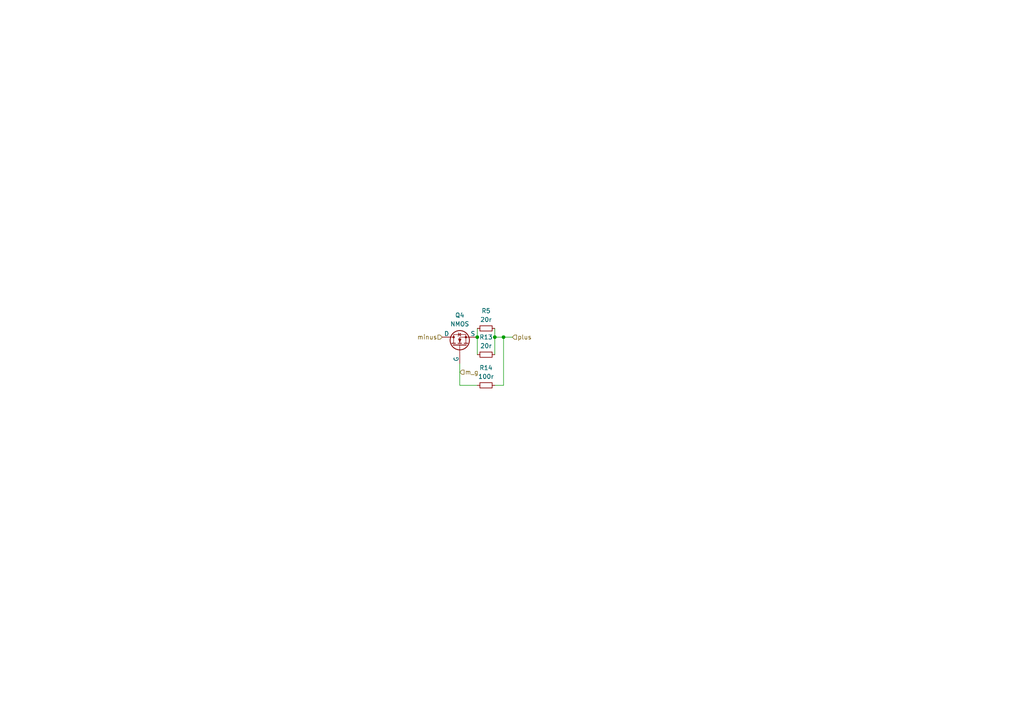
<source format=kicad_sch>
(kicad_sch (version 20250114) (generator "eeschema") (generator_version "9.0")
  (paper "A4")
  (lib_symbols
    (symbol "Device:R_Small" (pin_numbers (hide yes)) (pin_names (offset 0.254) (hide yes))
      (property "Reference" "R" (at 0.762 0.508 0))
      (property "Value" "R_Small" (at 0.762 -1.016 0))
      (symbol "R_Small_0_1"
        (rectangle (start -0.762 1.778) (end 0.762 -1.778) (stroke (width 0.2032)))
      )
      (symbol "R_Small_1_1"
        (pin passive line (at 0 2.54 270) (length 0.762) (name "~") (number "1"))
        (pin passive line (at 0 -2.54 90) (length 0.762) (name "~") (number "2"))
      )
    )
    (symbol "Simulation_SPICE:NMOS" (pin_numbers (hide yes)) (pin_names (offset 0))
      (property "Reference" "Q" (at 5.08 1.27 0))
      (property "Value" "NMOS" (at 5.08 -1.27 0))
      (symbol "NMOS_0_1"
        (polyline (pts (xy 0.254 1.905) (xy 0.254 -1.905)) (stroke (width 0.254)))
        (polyline (pts (xy 0.254 0) (xy -2.54 0)))
        (polyline (pts (xy 0.762 2.286) (xy 0.762 1.27)) (stroke (width 0.254)))
        (polyline (pts (xy 0.762 0.508) (xy 0.762 -0.508)) (stroke (width 0.254)))
        (polyline (pts (xy 0.762 -1.27) (xy 0.762 -2.286)) (stroke (width 0.254)))
        (polyline (pts (xy 0.762 -1.778) (xy 3.302 -1.778) (xy 3.302 1.778) (xy 0.762 1.778)))
        (polyline (pts (xy 1.016 0) (xy 2.032 0.381) (xy 2.032 -0.381) (xy 1.016 0)) (fill (type outline)))
        (circle (center 1.651 0) (radius 2.794) (stroke (width 0.254)))
        (polyline (pts (xy 2.54 2.54) (xy 2.54 1.778)))
        (circle (center 2.54 1.778) (radius 0.254) (fill (type outline)))
        (circle (center 2.54 -1.778) (radius 0.254) (fill (type outline)))
        (polyline (pts (xy 2.54 -2.54) (xy 2.54 0) (xy 0.762 0)))
        (polyline (pts (xy 2.794 0.508) (xy 2.921 0.381) (xy 3.683 0.381) (xy 3.81 0.254)))
        (polyline (pts (xy 3.302 0.381) (xy 2.921 -0.254) (xy 3.683 -0.254) (xy 3.302 0.381)))
      )
      (symbol "NMOS_1_1"
        (pin input line (at -5.08 0 0) (length 2.54) (name "G") (number "2"))
        (pin passive line (at 2.54 5.08 270) (length 2.54) (name "D") (number "1"))
        (pin passive line (at 2.54 -5.08 90) (length 2.54) (name "S") (number "3"))
      )
    )
  )
  (junction (at 146.05 97.79))
  (junction (at 138.43 97.79))
  (junction (at 143.51 97.79))
  (wire (pts (xy 146.05 97.79) (xy 148.59 97.79)))
  (wire (pts (xy 146.05 111.76) (xy 146.05 97.79)))
  (wire (pts (xy 133.35 111.76) (xy 133.35 105.41)))
  (wire (pts (xy 138.43 95.25) (xy 138.43 97.79)))
  (wire (pts (xy 143.51 111.76) (xy 146.05 111.76)))
  (wire (pts (xy 143.51 97.79) (xy 146.05 97.79)))
  (wire (pts (xy 133.35 111.76) (xy 138.43 111.76)))
  (wire (pts (xy 143.51 102.87) (xy 143.51 97.79)))
  (wire (pts (xy 143.51 95.25) (xy 143.51 97.79)))
  (wire (pts (xy 138.43 102.87) (xy 138.43 97.79)))
  (hierarchical_label "minus" (shape input) (at 128.27 97.79 180))
  (hierarchical_label "m_g" (shape input) (at 133.35 107.95 0))
  (hierarchical_label "plus" (shape input) (at 148.59 97.79 0))
  (symbol (lib_id "Simulation_SPICE:NMOS") (at 133.35 100.33 90) (unit 1)
    (property "Reference" "Q1" (at 133.35 91.44 90))
    (property "Value" "NMOS" (at 133.35 93.98 90))
    (property "Footprint" "Package_TO_SOT_SMD:SOT-89-3" (effects (hide yes)))
    (property "Datasheet" "https://ngspice.sourceforge.io/docs/ngspice-html-manual/manual.xhtml#cha_MOSFETs" (effects (hide yes)))
    (property "Description" "N-MOSFET transistor, drain/source/gate" (effects (hide yes)))
    (property "Sim.Device" "NMOS" (effects (hide yes)))
    (property "Sim.Type" "MOS1" (effects (hide yes)))
    (property "Sim.Pins" "1=D 2=G 3=S" (effects (hide yes)))
    (property "Sim.Library" "/Users/cibo/Documents/spice/mos.lib" (effects (hide yes)))
    (property "Sim.Name" "DN2540" (effects (hide yes)))
    (instances (project "walt-j-shunt" (path "" (reference "Q4") (unit 1)) (path "" (reference "Q1") (unit 1))))
  )
  (symbol (lib_id "Device:R_Small") (at 140.97 95.25 90) (unit 1)
    (property "Reference" "R4" (at 140.97 90.17 90))
    (property "Value" "20r" (at 140.97 92.71 90))
    (property "Footprint" "Resistor_SMD:R_0805_2012Metric" (effects (hide yes)))
    (property "Description" "Resistor, small symbol" (effects (hide yes)))
    (instances (project "walt-j-shunt" (path "" (reference "R5") (unit 1)) (path "" (reference "R4") (unit 1))))
  )
  (symbol (lib_id "Device:R_Small") (at 140.97 111.76 90) (unit 1)
    (property "Reference" "R3" (at 140.97 106.68 90))
    (property "Value" "100r" (at 140.97 109.22 90))
    (property "Footprint" "Resistor_SMD:R_0805_2012Metric" (effects (hide yes)))
    (property "Description" "Resistor, small symbol" (effects (hide yes)))
    (instances (project "walt-j-shunt" (path "" (reference "R14") (unit 1)) (path "" (reference "R3") (unit 1))))
  )
  (symbol (lib_id "Device:R_Small") (at 140.97 102.87 90) (unit 1)
    (property "Reference" "R2" (at 140.97 97.79 90))
    (property "Value" "20r" (at 140.97 100.33 90))
    (property "Footprint" "Resistor_SMD:R_0805_2012Metric" (effects (hide yes)))
    (property "Description" "Resistor, small symbol" (effects (hide yes)))
    (instances (project "walt-j-shunt" (path "" (reference "R13") (unit 1)) (path "" (reference "R2") (unit 1))))
  )
)
</source>
